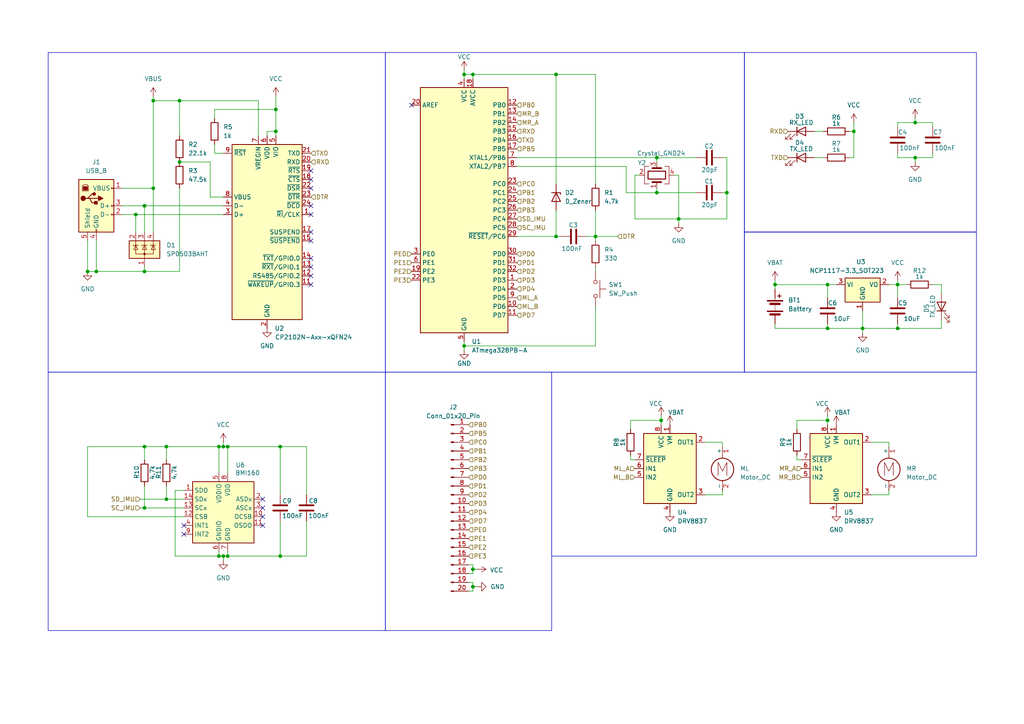
<source format=kicad_sch>
(kicad_sch (version 20231120) (generator "eeschema") (generator_version "8.0")
  (paper "A4")
  (lib_symbols
    (symbol "Connector:Conn_01x20_Pin" (pin_names (offset 1.016) hide)
      (property "Reference" "J" (at 0 25.4 0))
      (property "Value" "Conn_01x20_Pin" (at 0 -27.94 0))
      (symbol "Conn_01x20_Pin_1_1"
        (pin passive line (at 5.08 22.86 180) (length 3.81) (name "Pin_1") (number "1"))
        (pin passive line (at 5.08 0 180) (length 3.81) (name "Pin_10") (number "10"))
        (pin passive line (at 5.08 -2.54 180) (length 3.81) (name "Pin_11") (number "11"))
        (pin passive line (at 5.08 -5.08 180) (length 3.81) (name "Pin_12") (number "12"))
        (pin passive line (at 5.08 -7.62 180) (length 3.81) (name "Pin_13") (number "13"))
        (pin passive line (at 5.08 -10.16 180) (length 3.81) (name "Pin_14") (number "14"))
        (pin passive line (at 5.08 -12.7 180) (length 3.81) (name "Pin_15") (number "15"))
        (pin passive line (at 5.08 -15.24 180) (length 3.81) (name "Pin_16") (number "16"))
        (pin passive line (at 5.08 -17.78 180) (length 3.81) (name "Pin_17") (number "17"))
        (pin passive line (at 5.08 -20.32 180) (length 3.81) (name "Pin_18") (number "18"))
        (pin passive line (at 5.08 -22.86 180) (length 3.81) (name "Pin_19") (number "19"))
        (pin passive line (at 5.08 20.32 180) (length 3.81) (name "Pin_2") (number "2"))
        (pin passive line (at 5.08 -25.4 180) (length 3.81) (name "Pin_20") (number "20"))
        (pin passive line (at 5.08 17.78 180) (length 3.81) (name "Pin_3") (number "3"))
        (pin passive line (at 5.08 15.24 180) (length 3.81) (name "Pin_4") (number "4"))
        (pin passive line (at 5.08 12.7 180) (length 3.81) (name "Pin_5") (number "5"))
        (pin passive line (at 5.08 10.16 180) (length 3.81) (name "Pin_6") (number "6"))
        (pin passive line (at 5.08 7.62 180) (length 3.81) (name "Pin_7") (number "7"))
        (pin passive line (at 5.08 5.08 180) (length 3.81) (name "Pin_8") (number "8"))
        (pin passive line (at 5.08 2.54 180) (length 3.81) (name "Pin_9") (number "9"))
      )
    )
    (symbol "Connector:USB_B" (pin_names (offset 1.016))
      (property "Reference" "J" (at -5.08 11.43 0))
      (property "Value" "USB_B" (at -5.08 8.89 0))
      (symbol "USB_B_1_1"
        (pin power_out line (at 7.62 5.08 180) (length 2.54) (name "VBUS") (number "1"))
        (pin bidirectional line (at 7.62 -2.54 180) (length 2.54) (name "D-") (number "2"))
        (pin bidirectional line (at 7.62 0 180) (length 2.54) (name "D+") (number "3"))
        (pin power_out line (at 0 -10.16 90) (length 2.54) (name "GND") (number "4"))
        (pin passive line (at -2.54 -10.16 90) (length 2.54) (name "Shield") (number "5"))
      )
    )
    (symbol "Device:Battery" (pin_numbers hide) (pin_names (offset 0) hide)
      (property "Reference" "BT" (at 2.54 2.54 0))
      (property "Value" "Battery" (at 2.54 0 0))
      (symbol "Battery_1_1"
        (pin passive line (at 0 5.08 270) (length 2.54) (name "+") (number "1"))
        (pin passive line (at 0 -5.08 90) (length 2.54) (name "-") (number "2"))
      )
    )
    (symbol "Device:C" (pin_numbers hide) (pin_names (offset 0.254))
      (property "Reference" "C" (at 0.635 2.54 0))
      (property "Value" "C" (at 0.635 -2.54 0))
      (symbol "C_1_1"
        (pin passive line (at 0 3.81 270) (length 2.794) (name "~") (number "1"))
        (pin passive line (at 0 -3.81 90) (length 2.794) (name "~") (number "2"))
      )
    )
    (symbol "Device:Crystal_GND24" (pin_names (offset 1.016) hide)
      (property "Reference" "Y" (at 3.175 5.08 0))
      (property "Value" "Crystal_GND24" (at 3.175 3.175 0))
      (symbol "Crystal_GND24_1_1"
        (pin passive line (at -3.81 0 0) (length 1.27) (name "1") (number "1"))
        (pin passive line (at 0 5.08 270) (length 1.27) (name "2") (number "2"))
        (pin passive line (at 3.81 0 180) (length 1.27) (name "3") (number "3"))
        (pin passive line (at 0 -5.08 90) (length 1.27) (name "4") (number "4"))
      )
    )
    (symbol "Device:D_Zener" (pin_numbers hide) (pin_names (offset 1.016) hide)
      (property "Reference" "D" (at 0 2.54 0))
      (property "Value" "D_Zener" (at 0 -2.54 0))
      (symbol "D_Zener_1_1"
        (pin passive line (at -3.81 0 0) (length 2.54) (name "K") (number "1"))
        (pin passive line (at 3.81 0 180) (length 2.54) (name "A") (number "2"))
      )
    )
    (symbol "Device:LED" (pin_numbers hide) (pin_names (offset 1.016) hide)
      (property "Reference" "D" (at 0 2.54 0))
      (property "Value" "LED" (at 0 -2.54 0))
      (symbol "LED_1_1"
        (pin passive line (at -3.81 0 0) (length 2.54) (name "K") (number "1"))
        (pin passive line (at 3.81 0 180) (length 2.54) (name "A") (number "2"))
      )
    )
    (symbol "Device:R" (pin_numbers hide) (pin_names (offset 0))
      (property "Reference" "R" (at 2.032 0 90))
      (property "Value" "R" (at 0 0 90))
      (symbol "R_1_1"
        (pin passive line (at 0 3.81 270) (length 1.27) (name "~") (number "1"))
        (pin passive line (at 0 -3.81 90) (length 1.27) (name "~") (number "2"))
      )
    )
    (symbol "Driver_Motor:DRV8837"
      (property "Reference" "U" (at 6.35 11.43 0))
      (property "Value" "DRV8837" (at -10.16 11.43 0))
      (symbol "DRV8837_1_1"
        (pin power_in line (at 0 12.7 270) (length 2.54) (name "VM") (number "1"))
        (pin output line (at 10.16 7.62 180) (length 2.54) (name "OUT1") (number "2"))
        (pin output line (at 10.16 -7.62 180) (length 2.54) (name "OUT2") (number "3"))
        (pin power_in line (at 0 -12.7 90) (length 2.54) (name "GND") (number "4"))
        (pin input line (at -10.16 -2.54 0) (length 2.54) (name "IN2") (number "5"))
        (pin input line (at -10.16 0 0) (length 2.54) (name "IN1") (number "6"))
        (pin input line (at -10.16 2.54 0) (length 2.54) (name "~{SLEEP}") (number "7"))
        (pin power_in line (at -2.54 12.7 270) (length 2.54) (name "VCC") (number "8"))
        (pin passive line (at 0 -12.7 90) (length 2.54) hide (name "GND") (number "9"))
      )
    )
    (symbol "Interface_USB:CP2102N-Axx-xQFN24"
      (property "Reference" "U" (at -8.89 26.67 0))
      (property "Value" "CP2102N-Axx-xQFN24" (at 13.97 26.67 0))
      (symbol "CP2102N-Axx-xQFN24_1_1"
        (pin bidirectional line (at 12.7 5.08 180) (length 2.54) (name "~{RI}/CLK") (number "1"))
        (pin no_connect line (at -10.16 -22.86 0) (length 2.54) hide (name "NC") (number "10"))
        (pin bidirectional line (at 12.7 -15.24 180) (length 2.54) (name "~{WAKEUP}/GPIO.3") (number "11"))
        (pin bidirectional line (at 12.7 -12.7 180) (length 2.54) (name "RS485/GPIO.2") (number "12"))
        (pin bidirectional line (at 12.7 -10.16 180) (length 2.54) (name "~{RXT}/GPIO.1") (number "13"))
        (pin bidirectional line (at 12.7 -7.62 180) (length 2.54) (name "~{TXT}/GPIO.0") (number "14"))
        (pin output line (at 12.7 -2.54 180) (length 2.54) (name "~{SUSPEND}") (number "15"))
        (pin no_connect line (at 10.16 -22.86 180) (length 2.54) hide (name "NC") (number "16"))
        (pin output line (at 12.7 0 180) (length 2.54) (name "SUSPEND") (number "17"))
        (pin input line (at 12.7 15.24 180) (length 2.54) (name "~{CTS}") (number "18"))
        (pin output line (at 12.7 17.78 180) (length 2.54) (name "~{RTS}") (number "19"))
        (pin power_in line (at 0 -27.94 90) (length 2.54) (name "GND") (number "2"))
        (pin input line (at 12.7 20.32 180) (length 2.54) (name "RXD") (number "20"))
        (pin output line (at 12.7 22.86 180) (length 2.54) (name "TXD") (number "21"))
        (pin input line (at 12.7 12.7 180) (length 2.54) (name "~{DSR}") (number "22"))
        (pin output line (at 12.7 10.16 180) (length 2.54) (name "~{DTR}") (number "23"))
        (pin input line (at 12.7 7.62 180) (length 2.54) (name "~{DCD}") (number "24"))
        (pin passive line (at 0 -27.94 90) (length 2.54) hide (name "GND") (number "25"))
        (pin bidirectional line (at -12.7 5.08 0) (length 2.54) (name "D+") (number "3"))
        (pin bidirectional line (at -12.7 7.62 0) (length 2.54) (name "D-") (number "4"))
        (pin power_in line (at 2.54 27.94 270) (length 2.54) (name "VIO") (number "5"))
        (pin power_in line (at 0 27.94 270) (length 2.54) (name "VDD") (number "6"))
        (pin power_in line (at -2.54 27.94 270) (length 2.54) (name "VREGIN") (number "7"))
        (pin input line (at -12.7 10.16 0) (length 2.54) (name "VBUS") (number "8"))
        (pin input line (at -12.7 22.86 0) (length 2.54) (name "~{RST}") (number "9"))
      )
    )
    (symbol "MCU_Microchip_ATmega:ATmega328PB-A"
      (property "Reference" "U" (at -12.7 36.83 0))
      (property "Value" "ATmega328PB-A" (at 2.54 -36.83 0))
      (symbol "ATmega328PB-A_1_1"
        (pin bidirectional line (at 15.24 -20.32 180) (length 2.54) (name "PD3") (number "1"))
        (pin bidirectional line (at 15.24 -27.94 180) (length 2.54) (name "PD6") (number "10"))
        (pin bidirectional line (at 15.24 -30.48 180) (length 2.54) (name "PD7") (number "11"))
        (pin bidirectional line (at 15.24 30.48 180) (length 2.54) (name "PB0") (number "12"))
        (pin bidirectional line (at 15.24 27.94 180) (length 2.54) (name "PB1") (number "13"))
        (pin bidirectional line (at 15.24 25.4 180) (length 2.54) (name "PB2") (number "14"))
        (pin bidirectional line (at 15.24 22.86 180) (length 2.54) (name "PB3") (number "15"))
        (pin bidirectional line (at 15.24 20.32 180) (length 2.54) (name "PB4") (number "16"))
        (pin bidirectional line (at 15.24 17.78 180) (length 2.54) (name "PB5") (number "17"))
        (pin power_in line (at 2.54 38.1 270) (length 2.54) (name "AVCC") (number "18"))
        (pin bidirectional line (at -15.24 -17.78 0) (length 2.54) (name "PE2") (number "19"))
        (pin bidirectional line (at 15.24 -22.86 180) (length 2.54) (name "PD4") (number "2"))
        (pin passive line (at -15.24 30.48 0) (length 2.54) (name "AREF") (number "20"))
        (pin passive line (at 0 -38.1 90) (length 2.54) hide (name "GND") (number "21"))
        (pin bidirectional line (at -15.24 -20.32 0) (length 2.54) (name "PE3") (number "22"))
        (pin bidirectional line (at 15.24 7.62 180) (length 2.54) (name "PC0") (number "23"))
        (pin bidirectional line (at 15.24 5.08 180) (length 2.54) (name "PC1") (number "24"))
        (pin bidirectional line (at 15.24 2.54 180) (length 2.54) (name "PC2") (number "25"))
        (pin bidirectional line (at 15.24 0 180) (length 2.54) (name "PC3") (number "26"))
        (pin bidirectional line (at 15.24 -2.54 180) (length 2.54) (name "PC4") (number "27"))
        (pin bidirectional line (at 15.24 -5.08 180) (length 2.54) (name "PC5") (number "28"))
        (pin bidirectional line (at 15.24 -7.62 180) (length 2.54) (name "~{RESET}/PC6") (number "29"))
        (pin bidirectional line (at -15.24 -12.7 0) (length 2.54) (name "PE0") (number "3"))
        (pin bidirectional line (at 15.24 -12.7 180) (length 2.54) (name "PD0") (number "30"))
        (pin bidirectional line (at 15.24 -15.24 180) (length 2.54) (name "PD1") (number "31"))
        (pin bidirectional line (at 15.24 -17.78 180) (length 2.54) (name "PD2") (number "32"))
        (pin power_in line (at 0 38.1 270) (length 2.54) (name "VCC") (number "4"))
        (pin power_in line (at 0 -38.1 90) (length 2.54) (name "GND") (number "5"))
        (pin bidirectional line (at -15.24 -15.24 0) (length 2.54) (name "PE1") (number "6"))
        (pin bidirectional line (at 15.24 15.24 180) (length 2.54) (name "XTAL1/PB6") (number "7"))
        (pin bidirectional line (at 15.24 12.7 180) (length 2.54) (name "XTAL2/PB7") (number "8"))
        (pin bidirectional line (at 15.24 -25.4 180) (length 2.54) (name "PD5") (number "9"))
      )
    )
    (symbol "Motor:Motor_DC" (pin_names (offset 0))
      (property "Reference" "M" (at 2.54 2.54 0))
      (property "Value" "Motor_DC" (at 2.54 -5.08 0))
      (symbol "Motor_DC_1_1"
        (pin passive line (at 0 5.08 270) (length 2.54) (name "+") (number "1"))
        (pin passive line (at 0 -7.62 90) (length 2.54) (name "-") (number "2"))
      )
    )
    (symbol "Power_Protection:SP0503BAHT" (pin_names hide)
      (property "Reference" "D" (at 5.715 2.54 0))
      (property "Value" "SP0503BAHT" (at 5.715 0.635 0))
      (symbol "SP0503BAHT_0_0"
        (pin passive line (at 0 -5.08 90) (length 2.54) (name "A") (number "1"))
      )
      (symbol "SP0503BAHT_1_1"
        (pin passive line (at -2.54 5.08 270) (length 2.54) (name "K") (number "2"))
        (pin passive line (at 0 5.08 270) (length 2.54) (name "K") (number "3"))
        (pin passive line (at 2.54 5.08 270) (length 2.54) (name "K") (number "4"))
      )
    )
    (symbol "Regulator_Linear:NCP1117-3.3_SOT223"
      (property "Reference" "U" (at -3.81 3.175 0))
      (property "Value" "NCP1117-3.3_SOT223" (at 0 3.175 0))
      (symbol "NCP1117-3.3_SOT223_1_1"
        (pin power_in line (at 0 -7.62 90) (length 2.54) (name "GND") (number "1"))
        (pin power_out line (at 7.62 0 180) (length 2.54) (name "VO") (number "2"))
        (pin power_in line (at -7.62 0 0) (length 2.54) (name "VI") (number "3"))
      )
    )
    (symbol "Sensor_Motion:BMI160"
      (property "Reference" "U" (at -10.16 8.89 0))
      (property "Value" "BMI160" (at 7.62 8.89 0))
      (symbol "BMI160_1_1"
        (pin bidirectional line (at -12.7 5.08 0) (length 2.54) (name "SDO") (number "1"))
        (pin bidirectional line (at 10.16 -2.54 180) (length 2.54) (name "OCSB") (number "10"))
        (pin bidirectional line (at 10.16 -5.08 180) (length 2.54) (name "OSDO") (number "11"))
        (pin input line (at -12.7 -2.54 0) (length 2.54) (name "CSB") (number "12"))
        (pin input line (at -12.7 0 0) (length 2.54) (name "SCx") (number "13"))
        (pin bidirectional line (at -12.7 2.54 0) (length 2.54) (name "SDx") (number "14"))
        (pin bidirectional line (at 10.16 2.54 180) (length 2.54) (name "ASDx") (number "2"))
        (pin output line (at 10.16 0 180) (length 2.54) (name "ASCx") (number "3"))
        (pin bidirectional line (at -12.7 -5.08 0) (length 2.54) (name "INT1") (number "4"))
        (pin power_in line (at -2.54 10.16 270) (length 2.54) (name "VDDIO") (number "5"))
        (pin power_in line (at -2.54 -12.7 90) (length 2.54) (name "GNDIO") (number "6"))
        (pin power_in line (at 0 -12.7 90) (length 2.54) (name "GND") (number "7"))
        (pin power_in line (at 0 10.16 270) (length 2.54) (name "VDD") (number "8"))
        (pin bidirectional line (at -12.7 -7.62 0) (length 2.54) (name "INT2") (number "9"))
      )
    )
    (symbol "Switch:SW_Push" (pin_numbers hide) (pin_names (offset 1.016) hide)
      (property "Reference" "SW" (at 1.27 2.54 0))
      (property "Value" "SW_Push" (at 0 -1.524 0))
      (symbol "SW_Push_0_1"
        (pin passive line (at -5.08 0 0) (length 2.54) (name "1") (number "1"))
        (pin passive line (at 5.08 0 180) (length 2.54) (name "2") (number "2"))
      )
    )
    (symbol "power:GND" (power) (pin_names (offset 0))
      (property "Value" "GND" (at 0 -3.81 0))
      (symbol "GND_1_1"
        (pin power_in line (at 0 0 270) (length 0) hide (name "GND") (number "1"))
      )
    )
    (symbol "power:VBUS" (power) (pin_names (offset 0))
      (property "Value" "VBUS" (at 0 3.81 0))
      (symbol "VBUS_1_1"
        (pin power_in line (at 0 0 90) (length 0) hide (name "VBUS") (number "1"))
      )
    )
    (symbol "power:VCC" (power) (pin_names (offset 0))
      (property "Value" "VCC" (at 0 3.81 0))
      (symbol "VCC_1_1"
        (pin power_in line (at 0 0 90) (length 0) hide (name "VCC") (number "1"))
      )
    )
  )
  (junction (at 52.07 46.99))
  (junction (at 240.03 82.55))
  (junction (at 161.29 21.59))
  (junction (at 39.37 62.23))
  (junction (at 210.82 55.88))
  (junction (at 81.28 161.29))
  (junction (at 134.62 100.33))
  (junction (at 27.94 78.74))
  (junction (at 41.91 147.32))
  (junction (at 48.26 144.78))
  (junction (at 260.35 82.55))
  (junction (at 247.65 38.1))
  (junction (at 190.5 45.72))
  (junction (at 66.04 129.54))
  (junction (at 134.62 21.59))
  (junction (at 137.16 21.59))
  (junction (at 66.04 161.29))
  (junction (at 81.28 129.54))
  (junction (at 44.45 29.21))
  (junction (at 41.91 78.74))
  (junction (at 260.35 95.25))
  (junction (at 52.07 29.21))
  (junction (at 137.16 165.1))
  (junction (at 63.5 129.54))
  (junction (at 25.4 78.74))
  (junction (at 265.43 45.72))
  (junction (at 64.77 129.54))
  (junction (at 41.91 59.69))
  (junction (at 240.03 121.92))
  (junction (at 80.01 31.75))
  (junction (at 161.29 68.58))
  (junction (at 240.03 95.25))
  (junction (at 224.79 82.55))
  (junction (at 190.5 55.88))
  (junction (at 250.19 95.25))
  (junction (at 80.01 38.1))
  (junction (at 196.85 63.5))
  (junction (at 63.5 161.29))
  (junction (at 265.43 35.56))
  (junction (at 191.77 121.92))
  (junction (at 44.45 54.61))
  (junction (at 48.26 129.54))
  (junction (at 41.91 129.54))
  (junction (at 137.16 170.18))
  (junction (at 172.72 68.58))
  (junction (at 64.77 161.29))
  (no_connect (at 90.17 67.31))
  (no_connect (at 90.17 54.61))
  (no_connect (at 90.17 77.47))
  (no_connect (at 76.2 147.32))
  (no_connect (at 90.17 49.53))
  (no_connect (at 53.34 152.4))
  (no_connect (at 90.17 69.85))
  (no_connect (at 90.17 80.01))
  (no_connect (at 76.2 144.78))
  (no_connect (at 76.2 152.4))
  (no_connect (at 90.17 52.07))
  (no_connect (at 53.34 154.94))
  (no_connect (at 119.38 30.48))
  (no_connect (at 90.17 82.55))
  (no_connect (at 76.2 149.86))
  (no_connect (at 90.17 62.23))
  (no_connect (at 90.17 59.69))
  (no_connect (at 90.17 74.93))
  (wire (pts (xy 172.72 88.9) (xy 172.72 100.33)))
  (wire (pts (xy 161.29 21.59) (xy 161.29 53.34)))
  (wire (pts (xy 64.77 162.56) (xy 64.77 161.29)))
  (wire (pts (xy 64.77 129.54) (xy 64.77 128.27)))
  (wire (pts (xy 210.82 63.5) (xy 210.82 55.88)))
  (wire (pts (xy 64.77 129.54) (xy 66.04 129.54)))
  (wire (pts (xy 27.94 78.74) (xy 41.91 78.74)))
  (wire (pts (xy 232.41 133.35) (xy 231.14 133.35)))
  (wire (pts (xy 247.65 45.72) (xy 246.38 45.72)))
  (wire (pts (xy 77.47 38.1) (xy 80.01 38.1)))
  (wire (pts (xy 40.64 144.78) (xy 48.26 144.78)))
  (wire (pts (xy 196.85 50.8) (xy 196.85 63.5)))
  (wire (pts (xy 231.14 121.92) (xy 231.14 124.46)))
  (wire (pts (xy 27.94 69.85) (xy 27.94 78.74)))
  (wire (pts (xy 35.56 54.61) (xy 44.45 54.61)))
  (wire (pts (xy 137.16 170.18) (xy 137.16 171.45)))
  (wire (pts (xy 66.04 129.54) (xy 66.04 137.16)))
  (wire (pts (xy 257.81 128.27) (xy 257.81 129.54)))
  (wire (pts (xy 52.07 78.74) (xy 41.91 78.74)))
  (wire (pts (xy 39.37 62.23) (xy 39.37 67.31)))
  (wire (pts (xy 240.03 95.25) (xy 250.19 95.25)))
  (wire (pts (xy 191.77 121.92) (xy 182.88 121.92)))
  (wire (pts (xy 184.15 63.5) (xy 196.85 63.5)))
  (wire (pts (xy 81.28 129.54) (xy 81.28 143.51)))
  (wire (pts (xy 88.9 143.51) (xy 88.9 129.54)))
  (wire (pts (xy 172.72 69.85) (xy 172.72 68.58)))
  (wire (pts (xy 41.91 59.69) (xy 41.91 67.31)))
  (wire (pts (xy 240.03 82.55) (xy 242.57 82.55)))
  (wire (pts (xy 137.16 168.91) (xy 137.16 170.18)))
  (wire (pts (xy 63.5 129.54) (xy 63.5 137.16)))
  (wire (pts (xy 135.89 171.45) (xy 137.16 171.45)))
  (wire (pts (xy 190.5 54.61) (xy 190.5 55.88)))
  (wire (pts (xy 40.64 147.32) (xy 41.91 147.32)))
  (wire (pts (xy 252.73 128.27) (xy 257.81 128.27)))
  (wire (pts (xy 52.07 54.61) (xy 52.07 78.74)))
  (wire (pts (xy 265.43 34.29) (xy 265.43 35.56)))
  (wire (pts (xy 134.62 100.33) (xy 172.72 100.33)))
  (wire (pts (xy 209.55 128.27) (xy 209.55 129.54)))
  (wire (pts (xy 270.51 82.55) (xy 273.05 82.55)))
  (wire (pts (xy 190.5 45.72) (xy 201.93 45.72)))
  (wire (pts (xy 134.62 20.32) (xy 134.62 21.59)))
  (wire (pts (xy 204.47 143.51) (xy 209.55 143.51)))
  (wire (pts (xy 149.86 68.58) (xy 161.29 68.58)))
  (wire (pts (xy 74.93 39.37) (xy 74.93 29.21)))
  (wire (pts (xy 209.55 143.51) (xy 209.55 142.24)))
  (wire (pts (xy 247.65 35.56) (xy 247.65 38.1)))
  (wire (pts (xy 240.03 93.98) (xy 240.03 95.25)))
  (wire (pts (xy 240.03 120.65) (xy 240.03 121.92)))
  (wire (pts (xy 265.43 45.72) (xy 260.35 45.72)))
  (wire (pts (xy 196.85 63.5) (xy 210.82 63.5)))
  (wire (pts (xy 191.77 121.92) (xy 191.77 123.19)))
  (wire (pts (xy 81.28 161.29) (xy 88.9 161.29)))
  (wire (pts (xy 64.77 161.29) (xy 63.5 161.29)))
  (wire (pts (xy 135.89 163.83) (xy 137.16 163.83)))
  (wire (pts (xy 80.01 31.75) (xy 80.01 38.1)))
  (wire (pts (xy 60.96 46.99) (xy 60.96 57.15)))
  (wire (pts (xy 224.79 82.55) (xy 240.03 82.55)))
  (wire (pts (xy 53.34 144.78) (xy 48.26 144.78)))
  (wire (pts (xy 62.23 44.45) (xy 64.77 44.45)))
  (wire (pts (xy 77.47 39.37) (xy 77.47 38.1)))
  (wire (pts (xy 210.82 45.72) (xy 209.55 45.72)))
  (wire (pts (xy 25.4 149.86) (xy 25.4 129.54)))
  (wire (pts (xy 273.05 82.55) (xy 273.05 85.09)))
  (wire (pts (xy 240.03 86.36) (xy 240.03 82.55)))
  (wire (pts (xy 134.62 99.06) (xy 134.62 100.33)))
  (wire (pts (xy 246.38 38.1) (xy 247.65 38.1)))
  (wire (pts (xy 182.88 133.35) (xy 182.88 132.08)))
  (wire (pts (xy 260.35 82.55) (xy 257.81 82.55)))
  (wire (pts (xy 224.79 83.82) (xy 224.79 82.55)))
  (wire (pts (xy 224.79 81.28) (xy 224.79 82.55)))
  (wire (pts (xy 172.72 60.96) (xy 172.72 68.58)))
  (wire (pts (xy 134.62 21.59) (xy 134.62 22.86)))
  (wire (pts (xy 270.51 45.72) (xy 270.51 44.45)))
  (wire (pts (xy 53.34 149.86) (xy 25.4 149.86)))
  (wire (pts (xy 63.5 129.54) (xy 64.77 129.54)))
  (wire (pts (xy 209.55 55.88) (xy 210.82 55.88)))
  (wire (pts (xy 44.45 54.61) (xy 44.45 67.31)))
  (wire (pts (xy 60.96 57.15) (xy 64.77 57.15)))
  (wire (pts (xy 250.19 95.25) (xy 260.35 95.25)))
  (wire (pts (xy 135.89 168.91) (xy 137.16 168.91)))
  (wire (pts (xy 247.65 38.1) (xy 247.65 45.72)))
  (wire (pts (xy 196.85 50.8) (xy 195.58 50.8)))
  (wire (pts (xy 53.34 142.24) (xy 50.8 142.24)))
  (wire (pts (xy 50.8 161.29) (xy 63.5 161.29)))
  (wire (pts (xy 250.19 90.17) (xy 250.19 95.25)))
  (wire (pts (xy 41.91 147.32) (xy 53.34 147.32)))
  (wire (pts (xy 231.14 133.35) (xy 231.14 132.08)))
  (wire (pts (xy 134.62 21.59) (xy 137.16 21.59)))
  (wire (pts (xy 191.77 120.65) (xy 191.77 121.92)))
  (wire (pts (xy 44.45 27.94) (xy 44.45 29.21)))
  (wire (pts (xy 81.28 151.13) (xy 81.28 161.29)))
  (wire (pts (xy 149.86 45.72) (xy 190.5 45.72)))
  (wire (pts (xy 39.37 62.23) (xy 64.77 62.23)))
  (wire (pts (xy 62.23 41.91) (xy 62.23 44.45)))
  (wire (pts (xy 224.79 93.98) (xy 224.79 95.25)))
  (wire (pts (xy 44.45 29.21) (xy 44.45 54.61)))
  (wire (pts (xy 265.43 35.56) (xy 270.51 35.56)))
  (wire (pts (xy 172.72 68.58) (xy 179.07 68.58)))
  (wire (pts (xy 149.86 48.26) (xy 181.61 48.26)))
  (wire (pts (xy 41.91 59.69) (xy 64.77 59.69)))
  (wire (pts (xy 182.88 121.92) (xy 182.88 124.46)))
  (wire (pts (xy 196.85 63.5) (xy 196.85 64.77)))
  (wire (pts (xy 260.35 95.25) (xy 273.05 95.25)))
  (wire (pts (xy 35.56 59.69) (xy 41.91 59.69)))
  (wire (pts (xy 184.15 50.8) (xy 184.15 63.5)))
  (wire (pts (xy 81.28 129.54) (xy 88.9 129.54)))
  (wire (pts (xy 137.16 21.59) (xy 161.29 21.59)))
  (wire (pts (xy 172.72 78.74) (xy 172.72 77.47)))
  (wire (pts (xy 41.91 129.54) (xy 41.91 133.35)))
  (wire (pts (xy 236.22 38.1) (xy 238.76 38.1)))
  (wire (pts (xy 137.16 21.59) (xy 137.16 22.86)))
  (wire (pts (xy 184.15 133.35) (xy 182.88 133.35)))
  (wire (pts (xy 240.03 121.92) (xy 231.14 121.92)))
  (wire (pts (xy 260.35 35.56) (xy 260.35 36.83)))
  (wire (pts (xy 252.73 143.51) (xy 257.81 143.51)))
  (wire (pts (xy 204.47 128.27) (xy 209.55 128.27)))
  (wire (pts (xy 134.62 100.33) (xy 134.62 101.6)))
  (wire (pts (xy 137.16 170.18) (xy 138.43 170.18)))
  (wire (pts (xy 25.4 129.54) (xy 41.91 129.54)))
  (wire (pts (xy 190.5 55.88) (xy 201.93 55.88)))
  (wire (pts (xy 66.04 161.29) (xy 64.77 161.29)))
  (wire (pts (xy 181.61 55.88) (xy 190.5 55.88)))
  (wire (pts (xy 81.28 161.29) (xy 66.04 161.29)))
  (wire (pts (xy 52.07 46.99) (xy 60.96 46.99)))
  (wire (pts (xy 80.01 38.1) (xy 80.01 39.37)))
  (wire (pts (xy 260.35 82.55) (xy 262.89 82.55)))
  (wire (pts (xy 260.35 95.25) (xy 260.35 93.98)))
  (wire (pts (xy 25.4 69.85) (xy 25.4 78.74)))
  (wire (pts (xy 190.5 45.72) (xy 190.5 46.99)))
  (wire (pts (xy 62.23 31.75) (xy 80.01 31.75)))
  (wire (pts (xy 137.16 163.83) (xy 137.16 165.1)))
  (wire (pts (xy 52.07 29.21) (xy 44.45 29.21)))
  (wire (pts (xy 135.89 166.37) (xy 137.16 166.37)))
  (wire (pts (xy 260.35 86.36) (xy 260.35 82.55)))
  (wire (pts (xy 236.22 45.72) (xy 238.76 45.72)))
  (wire (pts (xy 88.9 151.13) (xy 88.9 161.29)))
  (wire (pts (xy 35.56 62.23) (xy 39.37 62.23)))
  (wire (pts (xy 52.07 29.21) (xy 52.07 39.37)))
  (wire (pts (xy 260.35 81.28) (xy 260.35 82.55)))
  (wire (pts (xy 257.81 143.51) (xy 257.81 142.24)))
  (wire (pts (xy 240.03 121.92) (xy 240.03 123.19)))
  (wire (pts (xy 80.01 27.94) (xy 80.01 31.75)))
  (wire (pts (xy 172.72 53.34) (xy 172.72 21.59)))
  (wire (pts (xy 41.91 140.97) (xy 41.91 147.32)))
  (wire (pts (xy 48.26 129.54) (xy 63.5 129.54)))
  (wire (pts (xy 265.43 35.56) (xy 260.35 35.56)))
  (wire (pts (xy 181.61 48.26) (xy 181.61 55.88)))
  (wire (pts (xy 48.26 129.54) (xy 48.26 133.35)))
  (wire (pts (xy 210.82 55.88) (xy 210.82 45.72)))
  (wire (pts (xy 172.72 68.58) (xy 170.18 68.58)))
  (wire (pts (xy 48.26 144.78) (xy 48.26 140.97)))
  (wire (pts (xy 265.43 45.72) (xy 270.51 45.72)))
  (wire (pts (xy 66.04 160.02) (xy 66.04 161.29)))
  (wire (pts (xy 273.05 95.25) (xy 273.05 92.71)))
  (wire (pts (xy 161.29 60.96) (xy 161.29 68.58)))
  (wire (pts (xy 224.79 95.25) (xy 240.03 95.25)))
  (wire (pts (xy 62.23 34.29) (xy 62.23 31.75)))
  (wire (pts (xy 63.5 161.29) (xy 63.5 160.02)))
  (wire (pts (xy 137.16 166.37) (xy 137.16 165.1)))
  (wire (pts (xy 184.15 50.8) (xy 185.42 50.8)))
  (wire (pts (xy 265.43 45.72) (xy 265.43 46.99)))
  (wire (pts (xy 260.35 45.72) (xy 260.35 44.45)))
  (wire (pts (xy 161.29 21.59) (xy 172.72 21.59)))
  (wire (pts (xy 48.26 129.54) (xy 41.91 129.54)))
  (wire (pts (xy 250.19 96.52) (xy 250.19 95.25)))
  (wire (pts (xy 137.16 165.1) (xy 138.43 165.1)))
  (wire (pts (xy 270.51 35.56) (xy 270.51 36.83)))
  (wire (pts (xy 52.07 29.21) (xy 74.93 29.21)))
  (wire (pts (xy 161.29 68.58) (xy 162.56 68.58)))
  (wire (pts (xy 25.4 78.74) (xy 27.94 78.74)))
  (wire (pts (xy 50.8 142.24) (xy 50.8 161.29)))
  (wire (pts (xy 41.91 77.47) (xy 41.91 78.74)))
  (wire (pts (xy 81.28 129.54) (xy 66.04 129.54)))
  (rectangle (start 160.02 107.95) (end 283.21 161.29))
  (rectangle (start 215.9 15.24) (end 283.21 67.31))
  (rectangle (start 215.9 67.31) (end 283.21 107.95))
  (rectangle (start 13.97 15.24) (end 111.76 107.95))
  (rectangle (start 111.76 15.24) (end 215.9 107.95))
  (rectangle (start 111.76 107.95) (end 160.02 182.88))
  (rectangle (start 13.97 107.95) (end 111.76 182.88))
  (hierarchical_label "PD1" (shape input) (at 135.89 140.97 0))
  (hierarchical_label "DTR" (shape input) (at 90.17 57.15 0))
  (hierarchical_label "PD0" (shape input) (at 149.86 73.66 0))
  (hierarchical_label "MR_B" (shape input) (at 232.41 138.43 180))
  (hierarchical_label "PB1" (shape input) (at 149.86 55.88 0))
  (hierarchical_label "PE1" (shape input) (at 135.89 156.21 0))
  (hierarchical_label "ML_A" (shape input) (at 184.15 135.89 180))
  (hierarchical_label "PD2" (shape input) (at 149.86 78.74 0))
  (hierarchical_label "PD7" (shape input) (at 149.86 91.44 0))
  (hierarchical_label "SC_IMU" (shape input) (at 149.86 66.04 0))
  (hierarchical_label "PB2" (shape input) (at 149.86 58.42 0))
  (hierarchical_label "PD7" (shape input) (at 135.89 151.13 0))
  (hierarchical_label "PC0" (shape input) (at 149.86 53.34 0))
  (hierarchical_label "PE2" (shape input) (at 119.38 78.74 180))
  (hierarchical_label "PB2" (shape input) (at 135.89 133.35 0))
  (hierarchical_label "TXD" (shape input) (at 90.17 44.45 0))
  (hierarchical_label "PD4" (shape input) (at 149.86 83.82 0))
  (hierarchical_label "ML_B" (shape input) (at 184.15 138.43 180))
  (hierarchical_label "RXD" (shape input) (at 228.6 38.1 180))
  (hierarchical_label "PE3" (shape input) (at 135.89 161.29 0))
  (hierarchical_label "PB0" (shape input) (at 135.89 123.19 0))
  (hierarchical_label "PE2" (shape input) (at 135.89 158.75 0))
  (hierarchical_label "DTR" (shape input) (at 179.07 68.58 0))
  (hierarchical_label "MR_B" (shape input) (at 149.86 33.02 0))
  (hierarchical_label "RXD" (shape input) (at 90.17 46.99 0))
  (hierarchical_label "PE3" (shape input) (at 119.38 81.28 180))
  (hierarchical_label "PD3" (shape input) (at 149.86 81.28 0))
  (hierarchical_label "SD_IMU" (shape input) (at 40.64 144.78 180))
  (hierarchical_label "PE0" (shape input) (at 119.38 73.66 180))
  (hierarchical_label "ML_B" (shape input) (at 149.86 88.9 0))
  (hierarchical_label "PD0" (shape input) (at 135.89 138.43 0))
  (hierarchical_label "RXD" (shape input) (at 149.86 38.1 0))
  (hierarchical_label "TXD" (shape input) (at 149.86 40.64 0))
  (hierarchical_label "SD_IMU" (shape input) (at 149.86 63.5 0))
  (hierarchical_label "PD3" (shape input) (at 135.89 146.05 0))
  (hierarchical_label "PC0" (shape input) (at 135.89 128.27 0))
  (hierarchical_label "TXD" (shape input) (at 228.6 45.72 180))
  (hierarchical_label "PB3" (shape input) (at 135.89 135.89 0))
  (hierarchical_label "PB5" (shape input) (at 135.89 125.73 0))
  (hierarchical_label "PE1" (shape input) (at 119.38 76.2 180))
  (hierarchical_label "PB1" (shape input) (at 135.89 130.81 0))
  (hierarchical_label "ML_A" (shape input) (at 149.86 86.36 0))
  (hierarchical_label "MR_A" (shape input) (at 149.86 35.56 0))
  (hierarchical_label "PB0" (shape input) (at 149.86 30.48 0))
  (hierarchical_label "PD4" (shape input) (at 135.89 148.59 0))
  (hierarchical_label "MR_A" (shape input) (at 232.41 135.89 180))
  (hierarchical_label "PD1" (shape input) (at 149.86 76.2 0))
  (hierarchical_label "PE0" (shape input) (at 135.89 153.67 0))
  (hierarchical_label "PB5" (shape input) (at 149.86 43.18 0))
  (hierarchical_label "PD2" (shape input) (at 135.89 143.51 0))
  (hierarchical_label "PB3" (shape input) (at 149.86 60.96 0))
  (hierarchical_label "SC_IMU" (shape input) (at 40.64 147.32 180))
  (symbol (lib_id "Device:R") (at 52.07 50.8 0) (unit 1)
    (property "Reference" "R3" (at 54.61 49.5299 0) (effects (justify left)))
    (property "Value" "47.5k" (at 54.61 52.0699 0) (effects (justify left)))
    (property "Footprint" "Resistor_SMD:R_0201_0603Metric_Pad0.64x0.40mm_HandSolder" (effects (hide yes)))
    (property "Description" "Resistor" (effects (hide yes)))
  )
  (symbol (lib_id "Device:R") (at 41.91 137.16 0) (unit 1)
    (property "Reference" "R10" (at 39.624 138.938 90) (effects (justify left)))
    (property "Value" "4.7k" (at 44.196 139.192 90) (effects (justify left)))
    (property "Footprint" "Resistor_SMD:R_0201_0603Metric_Pad0.64x0.40mm_HandSolder" (effects (hide yes)))
    (property "Description" "Resistor" (effects (hide yes)))
  )
  (symbol (lib_id "Device:R") (at 242.57 45.72 90) (unit 1)
    (property "Reference" "R7" (at 242.57 41.656 90))
    (property "Value" "1k" (at 242.57 43.434 90))
    (property "Footprint" "Resistor_SMD:R_0201_0603Metric_Pad0.64x0.40mm_HandSolder" (effects (hide yes)))
    (property "Description" "Resistor" (effects (hide yes)))
  )
  (symbol (lib_id "Device:C") (at 260.35 90.17 0) (unit 1)
    (property "Reference" "C5" (at 263.144 87.884 0) (effects (justify right)))
    (property "Value" "10uF" (at 266.954 92.456 0) (effects (justify right)))
    (property "Footprint" "Capacitor_SMD:C_0805_2012Metric_Pad1.18x1.45mm_HandSolder" (effects (hide yes)))
    (property "Description" "Unpolarized capacitor" (effects (hide yes)))
  )
  (symbol (lib_id "Device:R") (at 242.57 38.1 90) (unit 1)
    (property "Reference" "R6" (at 242.57 34.036 90))
    (property "Value" "1k" (at 242.57 35.814 90))
    (property "Footprint" "Resistor_SMD:R_0201_0603Metric_Pad0.64x0.40mm_HandSolder" (effects (hide yes)))
    (property "Description" "Resistor" (effects (hide yes)))
  )
  (symbol (lib_id "power:VCC") (at 265.43 34.29 0) (unit 1)
    (property "Reference" "#PWR04" (effects (hide yes)))
    (property "Value" "VCC" (at 265.43 29.21 0))
    (property "Description" "Power symbol creates a global label with name \"VCC\"" (effects (hide yes)))
  )
  (symbol (lib_id "Device:C") (at 205.74 55.88 270) (unit 1)
    (property "Reference" "C1" (at 207.01 52.578 90) (effects (justify right)))
    (property "Value" "20pF" (at 208.28 59.436 90) (effects (justify right)))
    (property "Footprint" "Capacitor_SMD:C_0805_2012Metric_Pad1.18x1.45mm_HandSolder" (effects (hide yes)))
    (property "Description" "Unpolarized capacitor" (effects (hide yes)))
  )
  (symbol (lib_id "Driver_Motor:DRV8837") (at 242.57 135.89 0) (unit 1)
    (property "Reference" "U5" (at 244.7641 148.59 0) (effects (justify left)))
    (property "Value" "DRV8837" (at 244.7641 151.13 0) (effects (justify left)))
    (property "Footprint" "Package_SON:WSON-8-1EP_2x2mm_P0.5mm_EP0.9x1.6mm" (effects (hide yes)))
    (property "Datasheet" "http://www.ti.com/lit/ds/symlink/drv8837.pdf" (effects (hide yes)))
    (property "Description" "H-Bridge driver, 1.8A, Low Voltage, PWM input, WSON-8" (effects (hide yes)))
  )
  (symbol (lib_id "Regulator_Linear:NCP1117-3.3_SOT223") (at 250.19 82.55 0) (unit 1)
    (property "Reference" "U3" (at 249.682 75.946 0))
    (property "Value" "NCP1117-3.3_SOT223" (at 245.618 78.486 0))
    (property "Footprint" "Package_TO_SOT_SMD:SOT-223-3_TabPin2" (effects (hide yes)))
    (property "Datasheet" "http://www.onsemi.com/pub_link/Collateral/NCP1117-D.PDF" (effects (hide yes)))
    (property "Description" "1A Low drop-out regulator, Fixed Output 3.3V, SOT-223" (effects (hide yes)))
  )
  (symbol (lib_id "power:VCC") (at 240.03 120.65 0) (unit 1)
    (property "Reference" "#PWR016" (effects (hide yes)))
    (property "Value" "VCC" (at 238.506 117.094 0))
    (property "Description" "Power symbol creates a global label with name \"VCC\"" (effects (hide yes)))
  )
  (symbol (lib_id "power:GND") (at 250.19 96.52 0) (unit 1)
    (property "Reference" "#PWR010" (effects (hide yes)))
    (property "Value" "GND" (at 250.19 101.6 0))
    (property "Description" "Power symbol creates a global label with name \"GND\" , ground" (effects (hide yes)))
  )
  (symbol (lib_id "Device:C") (at 166.37 68.58 270) (unit 1)
    (property "Reference" "C3" (at 167.64 65.278 90) (effects (justify right)))
    (property "Value" "100nF" (at 168.91 72.136 90) (effects (justify right)))
    (property "Footprint" "Capacitor_SMD:C_0805_2012Metric_Pad1.18x1.45mm_HandSolder" (effects (hide yes)))
    (property "Description" "Unpolarized capacitor" (effects (hide yes)))
  )
  (symbol (lib_id "Device:R") (at 182.88 128.27 180) (unit 1)
    (property "Reference" "R8" (at 178.816 128.27 90))
    (property "Value" "1k" (at 180.594 128.27 90))
    (property "Footprint" "Resistor_SMD:R_0201_0603Metric_Pad0.64x0.40mm_HandSolder" (effects (hide yes)))
    (property "Description" "Resistor" (effects (hide yes)))
  )
  (symbol (lib_id "Device:LED") (at 273.05 88.9 90) (unit 1)
    (property "Reference" "D5" (at 268.732 89.408 0))
    (property "Value" "TX_LED" (at 270.51 88.9 0))
    (property "Footprint" "LED_SMD:LED_0201_0603Metric_Pad0.64x0.40mm_HandSolder" (effects (hide yes)))
    (property "Description" "Light emitting diode" (effects (hide yes)))
  )
  (symbol (lib_id "power:GND") (at 134.62 101.6 0) (unit 1)
    (property "Reference" "#PWR02" (effects (hide yes)))
    (property "Value" "GND" (at 134.62 105.41 0))
    (property "Description" "Power symbol creates a global label with name \"GND\" , ground" (effects (hide yes)))
  )
  (symbol (lib_id "power:VCC") (at 247.65 35.56 0) (unit 1)
    (property "Reference" "#PWR08" (effects (hide yes)))
    (property "Value" "VCC" (at 247.65 30.48 0))
    (property "Description" "Power symbol creates a global label with name \"VCC\"" (effects (hide yes)))
  )
  (symbol (lib_id "Sensor_Motion:BMI160") (at 66.04 147.32 0) (unit 1)
    (property "Reference" "U6" (at 68.326 134.874 0) (effects (justify left)))
    (property "Value" "BMI160" (at 68.2341 137.16 0) (effects (justify left)))
    (property "Footprint" "Package_LGA:Bosch_LGA-14_3x2.5mm_P0.5mm" (effects (hide yes)))
    (property "Datasheet" "https://www.bosch-sensortec.com/media/boschsensortec/downloads/datasheets/bst-bmi160-ds000.pdf" (effects (hide yes)))
    (property "Description" "Small, low power inertial measurement unit, LGA-14" (effects (hide yes)))
  )
  (symbol (lib_id "Device:R") (at 52.07 43.18 0) (unit 1)
    (property "Reference" "R2" (at 54.61 41.9099 0) (effects (justify left)))
    (property "Value" "22.1k" (at 54.61 44.4499 0) (effects (justify left)))
    (property "Footprint" "Resistor_SMD:R_0201_0603Metric_Pad0.64x0.40mm_HandSolder" (effects (hide yes)))
    (property "Description" "Resistor" (effects (hide yes)))
  )
  (symbol (lib_id "Device:R") (at 172.72 73.66 0) (unit 1)
    (property "Reference" "R4" (at 175.26 72.3899 0) (effects (justify left)))
    (property "Value" "330" (at 175.26 74.9299 0) (effects (justify left)))
    (property "Footprint" "Resistor_SMD:R_0201_0603Metric_Pad0.64x0.40mm_HandSolder" (effects (hide yes)))
    (property "Description" "Resistor" (effects (hide yes)))
  )
  (symbol (lib_id "power:GND") (at 64.77 162.56 0) (unit 1)
    (property "Reference" "#PWR020" (effects (hide yes)))
    (property "Value" "GND" (at 64.77 167.64 0))
    (property "Description" "Power symbol creates a global label with name \"GND\" , ground" (effects (hide yes)))
  )
  (symbol (lib_id "power:VCC") (at 80.01 27.94 0) (unit 1)
    (property "Reference" "#PWR011" (effects (hide yes)))
    (property "Value" "VCC" (at 80.01 22.86 0))
    (property "Description" "Power symbol creates a global label with name \"VCC\"" (effects (hide yes)))
  )
  (symbol (lib_id "Device:D_Zener") (at 161.29 57.15 270) (unit 1)
    (property "Reference" "D2" (at 163.83 55.8799 90) (effects (justify left)))
    (property "Value" "D_Zener" (at 163.83 58.4199 90) (effects (justify left)))
    (property "Footprint" "Diode_SMD:D_0201_0603Metric_Pad0.64x0.40mm_HandSolder" (effects (hide yes)))
    (property "Description" "Zener diode" (effects (hide yes)))
  )
  (symbol (lib_id "power:VCC") (at 224.79 81.28 0) (unit 1)
    (property "Reference" "#PWR012" (effects (hide yes)))
    (property "Value" "VBAT" (at 224.79 76.2 0))
    (property "Description" "Power symbol creates a global label with name \"VCC\"" (effects (hide yes)))
  )
  (symbol (lib_id "Connector:Conn_01x20_Pin") (at 130.81 146.05 0) (unit 1)
    (property "Reference" "J2" (at 131.445 118.11 0))
    (property "Value" "Conn_01x20_Pin" (at 131.445 120.65 0))
    (property "Description" "Generic connector, single row, 01x20, script generated" (effects (hide yes)))
  )
  (symbol (lib_id "power:GND") (at 196.85 64.77 0) (unit 1)
    (property "Reference" "#PWR03" (effects (hide yes)))
    (property "Value" "GND" (at 196.85 69.85 0))
    (property "Description" "Power symbol creates a global label with name \"GND\" , ground" (effects (hide yes)))
  )
  (symbol (lib_id "Device:C") (at 205.74 45.72 270) (unit 1)
    (property "Reference" "C2" (at 207.01 42.418 90) (effects (justify right)))
    (property "Value" "20pF" (at 208.28 49.276 90) (effects (justify right)))
    (property "Footprint" "Capacitor_SMD:C_0805_2012Metric_Pad1.18x1.45mm_HandSolder" (effects (hide yes)))
    (property "Description" "Unpolarized capacitor" (effects (hide yes)))
  )
  (symbol (lib_id "Device:C") (at 260.35 40.64 0) (unit 1)
    (property "Reference" "C4" (at 263.144 38.354 0) (effects (justify right)))
    (property "Value" "100nF" (at 266.954 42.926 0) (effects (justify right)))
    (property "Footprint" "Capacitor_SMD:C_0805_2012Metric_Pad1.18x1.45mm_HandSolder" (effects (hide yes)))
    (property "Description" "Unpolarized capacitor" (effects (hide yes)))
  )
  (symbol (lib_id "Device:LED") (at 232.41 38.1 0) (unit 1)
    (property "Reference" "D3" (at 231.902 33.782 0))
    (property "Value" "RX_LED" (at 232.41 35.56 0))
    (property "Footprint" "LED_SMD:LED_0201_0603Metric_Pad0.64x0.40mm_HandSolder" (effects (hide yes)))
    (property "Description" "Light emitting diode" (effects (hide yes)))
  )
  (symbol (lib_id "Device:R") (at 231.14 128.27 180) (unit 1)
    (property "Reference" "R9" (at 227.076 128.27 90))
    (property "Value" "1k" (at 228.854 128.27 90))
    (property "Footprint" "Resistor_SMD:R_0201_0603Metric_Pad0.64x0.40mm_HandSolder" (effects (hide yes)))
    (property "Description" "Resistor" (effects (hide yes)))
  )
  (symbol (lib_id "Device:Battery") (at 224.79 88.9 0) (unit 1)
    (property "Reference" "BT1" (at 228.6 87.0584 0) (effects (justify left)))
    (property "Value" "Battery" (at 228.6 89.5984 0) (effects (justify left)))
    (property "Description" "Multiple-cell battery" (effects (hide yes)))
  )
  (symbol (lib_id "Device:LED") (at 232.41 45.72 0) (unit 1)
    (property "Reference" "D4" (at 231.902 41.402 0))
    (property "Value" "TX_LED" (at 232.41 43.18 0))
    (property "Footprint" "LED_SMD:LED_0201_0603Metric_Pad0.64x0.40mm_HandSolder" (effects (hide yes)))
    (property "Description" "Light emitting diode" (effects (hide yes)))
  )
  (symbol (lib_id "power:VBUS") (at 44.45 27.94 0) (unit 1)
    (property "Reference" "#PWR09" (effects (hide yes)))
    (property "Value" "VBUS" (at 44.45 22.86 0))
    (property "Description" "Power symbol creates a global label with name \"VBUS\"" (effects (hide yes)))
  )
  (symbol (lib_id "Device:R") (at 48.26 137.16 0) (unit 1)
    (property "Reference" "R11" (at 45.974 138.938 90) (effects (justify left)))
    (property "Value" "4.7k" (at 50.546 139.192 90) (effects (justify left)))
    (property "Footprint" "Resistor_SMD:R_0201_0603Metric_Pad0.64x0.40mm_HandSolder" (effects (hide yes)))
    (property "Description" "Resistor" (effects (hide yes)))
  )
  (symbol (lib_id "power:VCC") (at 191.77 120.65 0) (unit 1)
    (property "Reference" "#PWR014" (effects (hide yes)))
    (property "Value" "VCC" (at 190.246 117.094 0))
    (property "Description" "Power symbol creates a global label with name \"VCC\"" (effects (hide yes)))
  )
  (symbol (lib_id "power:GND") (at 265.43 46.99 0) (unit 1)
    (property "Reference" "#PWR05" (effects (hide yes)))
    (property "Value" "GND" (at 265.43 52.07 0))
    (property "Description" "Power symbol creates a global label with name \"GND\" , ground" (effects (hide yes)))
  )
  (symbol (lib_id "power:GND") (at 138.43 170.18 90) (unit 1)
    (property "Reference" "#PWR022" (effects (hide yes)))
    (property "Value" "GND" (at 142.24 170.1799 90) (effects (justify right)))
    (property "Description" "Power symbol creates a global label with name \"GND\" , ground" (effects (hide yes)))
  )
  (symbol (lib_id "Device:R") (at 172.72 57.15 0) (unit 1)
    (property "Reference" "R1" (at 175.26 55.8799 0) (effects (justify left)))
    (property "Value" "4.7k" (at 175.26 58.4199 0) (effects (justify left)))
    (property "Footprint" "Resistor_SMD:R_0201_0603Metric_Pad0.64x0.40mm_HandSolder" (effects (hide yes)))
    (property "Description" "Resistor" (effects (hide yes)))
  )
  (symbol (lib_id "power:VCC") (at 64.77 128.27 0) (unit 1)
    (property "Reference" "#PWR019" (effects (hide yes)))
    (property "Value" "VCC" (at 64.77 123.19 0))
    (property "Description" "Power symbol creates a global label with name \"VCC\"" (effects (hide yes)))
  )
  (symbol (lib_id "Motor:Motor_DC") (at 257.81 134.62 0) (unit 1)
    (property "Reference" "MR" (at 262.89 135.8899 0) (effects (justify left)))
    (property "Value" "Motor_DC" (at 262.89 138.4299 0) (effects (justify left)))
    (property "Description" "DC Motor" (effects (hide yes)))
  )
  (symbol (lib_id "Device:R") (at 62.23 38.1 0) (unit 1)
    (property "Reference" "R5" (at 64.77 36.8299 0) (effects (justify left)))
    (property "Value" "1k" (at 64.77 39.3699 0) (effects (justify left)))
    (property "Footprint" "Resistor_SMD:R_0201_0603Metric_Pad0.64x0.40mm_HandSolder" (effects (hide yes)))
    (property "Description" "Resistor" (effects (hide yes)))
  )
  (symbol (lib_id "Power_Protection:SP0503BAHT") (at 41.91 72.39 0) (unit 1)
    (property "Reference" "D1" (at 48.26 71.1199 0) (effects (justify left)))
    (property "Value" "SP0503BAHT" (at 48.26 73.6599 0) (effects (justify left)))
    (property "Footprint" "Package_TO_SOT_SMD:SOT-143" (effects (hide yes)))
    (property "Datasheet" "http://www.littelfuse.com/~/media/files/littelfuse/technical%20resources/documents/data%20sheets/sp05xxba.pdf" (effects (hide yes)))
    (property "Description" "TVS Diode Array, 5.5V Standoff, 3 Channels, SOT-143 package" (effects (hide yes)))
  )
  (symbol (lib_id "Device:C") (at 270.51 40.64 0) (unit 1)
    (property "Reference" "C7" (at 273.304 38.354 0) (effects (justify right)))
    (property "Value" "100nF" (at 277.114 42.926 0) (effects (justify right)))
    (property "Footprint" "Capacitor_SMD:C_0805_2012Metric_Pad1.18x1.45mm_HandSolder" (effects (hide yes)))
    (property "Description" "Unpolarized capacitor" (effects (hide yes)))
  )
  (symbol (lib_id "Switch:SW_Push") (at 172.72 83.82 270) (unit 1)
    (property "Reference" "SW1" (at 176.53 82.5499 90) (effects (justify left)))
    (property "Value" "SW_Push" (at 176.53 85.0899 90) (effects (justify left)))
    (property "Description" "Push button switch, generic, two pins" (effects (hide yes)))
  )
  (symbol (lib_id "power:GND") (at 25.4 78.74 0) (unit 1)
    (property "Reference" "#PWR07" (effects (hide yes)))
    (property "Value" "GND" (at 25.4 83.82 0))
    (property "Description" "Power symbol creates a global label with name \"GND\" , ground" (effects (hide yes)))
  )
  (symbol (lib_id "power:VCC") (at 242.57 123.19 0) (unit 1)
    (property "Reference" "#PWR017" (effects (hide yes)))
    (property "Value" "VBAT" (at 244.348 119.634 0))
    (property "Description" "Power symbol creates a global label with name \"VCC\"" (effects (hide yes)))
  )
  (symbol (lib_id "Driver_Motor:DRV8837") (at 194.31 135.89 0) (unit 1)
    (property "Reference" "U4" (at 196.5041 148.59 0) (effects (justify left)))
    (property "Value" "DRV8837" (at 196.5041 151.13 0) (effects (justify left)))
    (property "Footprint" "Package_SON:WSON-8-1EP_2x2mm_P0.5mm_EP0.9x1.6mm" (effects (hide yes)))
    (property "Datasheet" "http://www.ti.com/lit/ds/symlink/drv8837.pdf" (effects (hide yes)))
    (property "Description" "H-Bridge driver, 1.8A, Low Voltage, PWM input, WSON-8" (effects (hide yes)))
  )
  (symbol (lib_id "power:GND") (at 77.47 95.25 0) (unit 1)
    (property "Reference" "#PWR06" (effects (hide yes)))
    (property "Value" "GND" (at 77.47 100.33 0))
    (property "Description" "Power symbol creates a global label with name \"GND\" , ground" (effects (hide yes)))
  )
  (symbol (lib_id "Device:Crystal_GND24") (at 190.5 50.8 90) (unit 1)
    (property "Reference" "Y2" (at 186.182 47.244 90))
    (property "Value" "Crystal_GND24" (at 191.77 44.45 90))
    (property "Footprint" "Crystal:Crystal_SMD_3225-4Pin_3.2x2.5mm" (effects (hide yes)))
    (property "Description" "Four pin crystal, GND on pins 2 and 4" (effects (hide yes)))
  )
  (symbol (lib_id "power:VCC") (at 138.43 165.1 270) (unit 1)
    (property "Reference" "#PWR023" (effects (hide yes)))
    (property "Value" "VCC" (at 144.018 165.354 90))
    (property "Description" "Power symbol creates a global label with name \"VCC\"" (effects (hide yes)))
  )
  (symbol (lib_id "Interface_USB:CP2102N-Axx-xQFN24") (at 77.47 67.31 0) (unit 1)
    (property "Reference" "U2" (at 79.6641 95.25 0) (effects (justify left)))
    (property "Value" "CP2102N-Axx-xQFN24" (at 79.756 97.79 0) (effects (justify left)))
    (property "Footprint" "Package_DFN_QFN:QFN-24-1EP_4x4mm_P0.5mm_EP2.6x2.6mm" (effects (hide yes)))
    (property "Datasheet" "https://www.silabs.com/documents/public/data-sheets/cp2102n-datasheet.pdf" (effects (hide yes)))
    (property "Description" "USB to UART master bridge, QFN-24" (effects (hide yes)))
  )
  (symbol (lib_id "Device:R") (at 266.7 82.55 90) (unit 1)
    (property "Reference" "R12" (at 266.7 78.486 90))
    (property "Value" "1k" (at 266.7 80.264 90))
    (property "Footprint" "Resistor_SMD:R_0201_0603Metric_Pad0.64x0.40mm_HandSolder" (effects (hide yes)))
    (property "Description" "Resistor" (effects (hide yes)))
  )
  (symbol (lib_id "power:GND") (at 242.57 148.59 0) (unit 1)
    (property "Reference" "#PWR018" (effects (hide yes)))
    (property "Value" "GND" (at 242.57 153.67 0))
    (property "Description" "Power symbol creates a global label with name \"GND\" , ground" (effects (hide yes)))
  )
  (symbol (lib_id "Device:C") (at 88.9 147.32 0) (unit 1)
    (property "Reference" "C8" (at 92.202 145.288 0) (effects (justify right)))
    (property "Value" "100nF" (at 95.504 149.606 0) (effects (justify right)))
    (property "Footprint" "Capacitor_SMD:C_0805_2012Metric_Pad1.18x1.45mm_HandSolder" (effects (hide yes)))
    (property "Description" "Unpolarized capacitor" (effects (hide yes)))
  )
  (symbol (lib_id "Device:C") (at 81.28 147.32 0) (unit 1)
    (property "Reference" "C9" (at 84.582 145.288 0) (effects (justify right)))
    (property "Value" "100nF" (at 87.884 149.606 0) (effects (justify right)))
    (property "Footprint" "Capacitor_SMD:C_0805_2012Metric_Pad1.18x1.45mm_HandSolder" (effects (hide yes)))
    (property "Description" "Unpolarized capacitor" (effects (hide yes)))
  )
  (symbol (lib_id "MCU_Microchip_ATmega:ATmega328PB-A") (at 134.62 60.96 0) (unit 1)
    (property "Reference" "U1" (at 136.8141 99.06 0) (effects (justify left)))
    (property "Value" "ATmega328PB-A" (at 136.8141 101.6 0) (effects (justify left)))
    (property "Footprint" "Package_QFP:TQFP-32_7x7mm_P0.8mm" (effects (hide yes)))
    (property "Datasheet" "http://ww1.microchip.com/downloads/en/DeviceDoc/40001906C.pdf" (effects (hide yes)))
    (property "Description" "20MHz, 32kB Flash, 2kB SRAM, 1kB EEPROM, TQFP-32" (effects (hide yes)))
  )
  (symbol (lib_id "power:VCC") (at 260.35 81.28 0) (unit 1)
    (property "Reference" "#PWR021" (effects (hide yes)))
    (property "Value" "VCC" (at 260.35 76.2 0))
    (property "Description" "Power symbol creates a global label with name \"VCC\"" (effects (hide yes)))
  )
  (symbol (lib_id "Connector:USB_B") (at 27.94 59.69 0) (unit 1)
    (property "Reference" "J1" (at 27.94 46.99 0))
    (property "Value" "USB_B" (at 27.94 49.53 0))
    (property "Footprint" "Connector_USB:USB_A_CNCTech_1001-011-01101_Horizontal" (effects (hide yes)))
    (property "Datasheet" " ~" (effects (hide yes)))
    (property "Description" "USB Type B connector" (effects (hide yes)))
  )
  (symbol (lib_id "Device:C") (at 240.03 90.17 0) (unit 1)
    (property "Reference" "C6" (at 242.824 87.884 0) (effects (justify right)))
    (property "Value" "10uF" (at 246.634 92.456 0) (effects (justify right)))
    (property "Footprint" "Capacitor_SMD:C_0805_2012Metric_Pad1.18x1.45mm_HandSolder" (effects (hide yes)))
    (property "Description" "Unpolarized capacitor" (effects (hide yes)))
  )
  (symbol (lib_id "power:GND") (at 194.31 148.59 0) (unit 1)
    (property "Reference" "#PWR015" (effects (hide yes)))
    (property "Value" "GND" (at 194.31 153.67 0))
    (property "Description" "Power symbol creates a global label with name \"GND\" , ground" (effects (hide yes)))
  )
  (symbol (lib_id "power:VCC") (at 194.31 123.19 0) (unit 1)
    (property "Reference" "#PWR013" (effects (hide yes)))
    (property "Value" "VBAT" (at 196.088 119.634 0))
    (property "Description" "Power symbol creates a global label with name \"VCC\"" (effects (hide yes)))
  )
  (symbol (lib_id "Motor:Motor_DC") (at 209.55 134.62 0) (unit 1)
    (property "Reference" "ML" (at 214.63 135.8899 0) (effects (justify left)))
    (property "Value" "Motor_DC" (at 214.63 138.4299 0) (effects (justify left)))
    (property "Description" "DC Motor" (effects (hide yes)))
  )
  (symbol (lib_id "power:VCC") (at 134.62 20.32 0) (unit 1)
    (property "Reference" "#PWR01" (effects (hide yes)))
    (property "Value" "VCC" (at 134.62 16.51 0))
    (property "Description" "Power symbol creates a global label with name \"VCC\"" (effects (hide yes)))
  )
)
</source>
